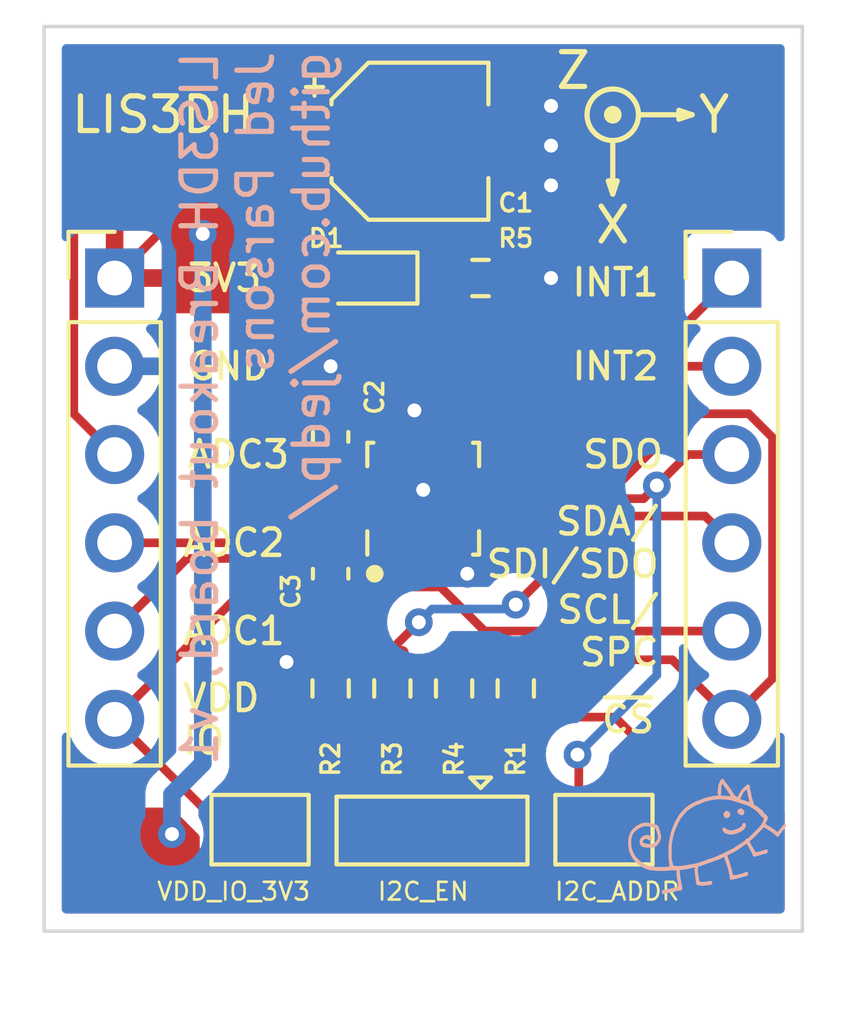
<source format=kicad_pcb>
(kicad_pcb (version 20211014) (generator pcbnew)
  (layers (0 "F.Cu" signal) (31 "B.Cu" signal) (34 "B.Paste" user) (35 "F.Paste" user) (36 "B.SilkS" user "B.Silkscreen") (37 "F.SilkS" user "F.Silkscreen") (38 "B.Mask" user) (39 "F.Mask" user) (44 "Edge.Cuts" user))
  (net 0 "")
  (net 1 "+3V3")
  (net 2 "SDO{slash}SA0")
  (net 3 "Net-(JP1-Pad1)")
  (net 4 "Net-(JP1-Pad3)")
  (net 5 "Net-(JP2-Pad2)")
  (net 6 "CS{slash}MODE")
  (net 7 "SCL{slash}SPC")
  (net 8 "SDA{slash}SDI{slash}SDO")
  (net 11 "INT2")
  (net 12 "INT1")
  (net 13 "ADC3")
  (net 14 "ADC2")
  (net 15 "ADC1")
  (net 16 "VDD_IO")
  (net 17 "GND")
  (net 18 "Net-(D1-Pad1)")
  (footprint "Jumper:SolderJumper-2_P1.3mm_Open_TrianglePad1.0x1.5mm" (layer "F.Cu") (at 138.557 104.14)
    (fp_text reference "I2C_ADDR" (at 0.381 1.778) (layer "F.SilkS") (effects (font (size 0.508 0.508) (thickness 0.0762))))
    (fp_text value "I2C ADDR" hide)
    (pad "1" smd custom (at -0.725 0) (size 0.3 0.3) (layers "F.Cu" "F.Mask") (net 2 "SDO{slash}SA0") (options (clearance outline) (anchor rect)) (primitives (gr_poly (pts (xy 1 0) (xy 0.5 0.75) (xy -0.5 0.75) (xy -0.5 -0.75) (xy 0.5 -0.75)) (width 0) (fill yes))))
    (pad "2" smd custom (at 0.725 0) (size 0.3 0.3) (layers "F.Cu" "F.Mask") (net 5 "Net-(JP2-Pad2)") (options (clearance outline) (anchor rect)) (primitives (gr_poly (pts (xy 0.5 0.75) (xy -0.65 0.75) (xy -0.15 0) (xy -0.65 -0.75) (xy 0.5 -0.75)) (width 0) (fill yes))))
  )
  (footprint "Connector_PinHeader_2.54mm:PinHeader_1x06_P2.54mm_Vertical" (layer "F.Cu") (at 124.46 88.265)
    (fp_text reference "J2" hide)
    (fp_text value "Conn_01x06_Female" hide)
    (pad "1" thru_hole rect (at 0 0) (size 1.7 1.7) (drill 1) (layers *.Cu *.Mask) (net 1 "+3V3"))
    (pad "2" thru_hole oval (at 0 2.54) (size 1.7 1.7) (drill 1) (layers *.Cu *.Mask) (net 17 "GND"))
    (pad "3" thru_hole oval (at 0 5.08) (size 1.7 1.7) (drill 1) (layers *.Cu *.Mask) (net 13 "ADC3"))
    (pad "4" thru_hole oval (at 0 7.62) (size 1.7 1.7) (drill 1) (layers *.Cu *.Mask) (net 14 "ADC2"))
    (pad "5" thru_hole oval (at 0 10.16) (size 1.7 1.7) (drill 1) (layers *.Cu *.Mask) (net 15 "ADC1"))
    (pad "6" thru_hole oval (at 0 12.7) (size 1.7 1.7) (drill 1) (layers *.Cu *.Mask) (net 16 "VDD_IO"))
  )
  (footprint "Resistor_SMD:R_0603_1608Metric" (layer "F.Cu") (at 134.239 100.076 -90)
    (fp_text reference "R4" (at 2.032 0 90) (layer "F.SilkS") (effects (font (size 0.508 0.508) (thickness 0.1016))))
    (fp_text value "100k" hide)
    (pad "1" smd roundrect (at -0.825 0 270) (size 0.8 0.95) (layers "F.Cu" "F.Paste" "F.Mask") (net 1 "+3V3"))
    (pad "2" smd roundrect (at 0.825 0 270) (size 0.8 0.95) (layers "F.Cu" "F.Paste" "F.Mask") (net 5 "Net-(JP2-Pad2)"))
  )
  (footprint "Package_LGA:LGA-16_3x3mm_P0.5mm_LayoutBorder3x5y" (layer "F.Cu") (at 133.35 94.615 90)
    (fp_text reference "LIS3DH" (at 11.049 -7.493 180) (layer "F.SilkS"))
    (fp_text value "LIS3DH" hide)
    (pad "1" smd roundrect (at -1.225 -1 90) (size 0.55 0.35) (layers "F.Cu" "F.Paste" "F.Mask") (net 16 "VDD_IO"))
    (pad "2" smd roundrect (at -1.225 -0.5 90) (size 0.55 0.35) (layers "F.Cu" "F.Paste" "F.Mask"))
    (pad "3" smd roundrect (at -1.225 0 90) (size 0.55 0.35) (layers "F.Cu" "F.Paste" "F.Mask"))
    (pad "4" smd roundrect (at -1.225 0.5 90) (size 0.55 0.35) (layers "F.Cu" "F.Paste" "F.Mask") (net 7 "SCL{slash}SPC"))
    (pad "5" smd roundrect (at -1.225 1 90) (size 0.55 0.35) (layers "F.Cu" "F.Paste" "F.Mask") (net 17 "GND"))
    (pad "6" smd roundrect (at -0.5 1.225 90) (size 0.35 0.55) (layers "F.Cu" "F.Paste" "F.Mask") (net 8 "SDA{slash}SDI{slash}SDO"))
    (pad "7" smd roundrect (at 0 1.225 90) (size 0.35 0.55) (layers "F.Cu" "F.Paste" "F.Mask") (net 2 "SDO{slash}SA0"))
    (pad "8" smd roundrect (at 0.5 1.225 90) (size 0.35 0.55) (layers "F.Cu" "F.Paste" "F.Mask") (net 6 "CS{slash}MODE"))
    (pad "9" smd roundrect (at 1.225 1 90) (size 0.55 0.35) (layers "F.Cu" "F.Paste" "F.Mask") (net 11 "INT2"))
    (pad "10" smd roundrect (at 1.225 0.5 90) (size 0.55 0.35) (layers "F.Cu" "F.Paste" "F.Mask") (net 17 "GND"))
    (pad "11" smd roundrect (at 1.225 0 90) (size 0.55 0.35) (layers "F.Cu" "F.Paste" "F.Mask") (net 12 "INT1"))
    (pad "12" smd roundrect (at 1.225 -0.5 90) (size 0.55 0.35) (layers "F.Cu" "F.Paste" "F.Mask") (net 17 "GND"))
    (pad "13" smd roundrect (at 1.225 -1 90) (size 0.55 0.35) (layers "F.Cu" "F.Paste" "F.Mask") (net 13 "ADC3"))
    (pad "14" smd roundrect (at 0.5 -1.225 90) (size 0.35 0.55) (layers "F.Cu" "F.Paste" "F.Mask") (net 1 "+3V3"))
    (pad "15" smd roundrect (at 0 -1.225 90) (size 0.35 0.55) (layers "F.Cu" "F.Paste" "F.Mask") (net 14 "ADC2"))
    (pad "16" smd roundrect (at -0.5 -1.225 90) (size 0.35 0.55) (layers "F.Cu" "F.Paste" "F.Mask") (net 15 "ADC1"))
  )
  (footprint "Connector_PinHeader_2.54mm:PinHeader_1x06_P2.54mm_Vertical" (layer "F.Cu") (at 142.24 88.265)
    (fp_text reference "J1" hide)
    (fp_text value "Conn_01x06_Female" hide)
    (pad "1" thru_hole rect (at 0 0) (size 1.7 1.7) (drill 1) (layers *.Cu *.Mask) (net 12 "INT1"))
    (pad "2" thru_hole oval (at 0 2.54) (size 1.7 1.7) (drill 1) (layers *.Cu *.Mask) (net 11 "INT2"))
    (pad "3" thru_hole oval (at 0 5.08) (size 1.7 1.7) (drill 1) (layers *.Cu *.Mask) (net 2 "SDO{slash}SA0"))
    (pad "4" thru_hole oval (at 0 7.62) (size 1.7 1.7) (drill 1) (layers *.Cu *.Mask) (net 8 "SDA{slash}SDI{slash}SDO"))
    (pad "5" thru_hole oval (at 0 10.16) (size 1.7 1.7) (drill 1) (layers *.Cu *.Mask) (net 7 "SCL{slash}SPC"))
    (pad "6" thru_hole oval (at 0 12.7) (size 1.7 1.7) (drill 1) (layers *.Cu *.Mask) (net 6 "CS{slash}MODE"))
  )
  (footprint "Resistor_SMD:R_0603_1608Metric" (layer "F.Cu") (at 130.683 100.076 90)
    (fp_text reference "R2" (at -2.032 0 90) (layer "F.SilkS") (effects (font (size 0.508 0.508) (thickness 0.1016))))
    (fp_text value "10k" hide)
    (pad "1" smd roundrect (at -0.825 0 90) (size 0.8 0.95) (layers "F.Cu" "F.Paste" "F.Mask") (net 4 "Net-(JP1-Pad3)"))
    (pad "2" smd roundrect (at 0.825 0 90) (size 0.8 0.95) (layers "F.Cu" "F.Paste" "F.Mask") (net 7 "SCL{slash}SPC"))
  )
  (footprint "Resistor_SMD:R_0603_1608Metric" (layer "F.Cu") (at 132.461 100.076 90)
    (fp_text reference "R3" (at -2.032 0 90) (layer "F.SilkS") (effects (font (size 0.508 0.508) (thickness 0.1016))))
    (fp_text value "10k" hide)
    (pad "1" smd roundrect (at -0.825 0 90) (size 0.8 0.95) (layers "F.Cu" "F.Paste" "F.Mask") (net 3 "Net-(JP1-Pad1)"))
    (pad "2" smd roundrect (at 0.825 0 90) (size 0.8 0.95) (layers "F.Cu" "F.Paste" "F.Mask") (net 8 "SDA{slash}SDI{slash}SDO"))
  )
  (footprint "LED_SMD:LED_0603_1608Metric" (layer "F.Cu") (at 131.699 88.265 180)
    (fp_text reference "D1" (at 1.143 1.143) (layer "F.SilkS") (effects (font (size 0.508 0.508) (thickness 0.1016))))
    (fp_text value "LED PWR" hide)
    (pad "1" smd roundrect (at -0.7875 0 180) (size 0.875 0.95) (layers "F.Cu" "F.Paste" "F.Mask") (net 18 "Net-(D1-Pad1)"))
    (pad "2" smd roundrect (at 0.7875 0 180) (size 0.875 0.95) (layers "F.Cu" "F.Paste" "F.Mask") (net 1 "+3V3"))
  )
  (footprint "Capacitor_SMD:C_0603_1608Metric" (layer "F.Cu") (at 130.683 92.837 90)
    (fp_text reference "C2" (at 1.143 1.27 90) (layer "F.SilkS") (effects (font (size 0.508 0.508) (thickness 0.1016))))
    (fp_text value "0.1µ" hide)
    (pad "1" smd roundrect (at -0.775 0 90) (size 0.9 0.95) (layers "F.Cu" "F.Paste" "F.Mask") (net 1 "+3V3"))
    (pad "2" smd roundrect (at 0.775 0 90) (size 0.9 0.95) (layers "F.Cu" "F.Paste" "F.Mask") (net 17 "GND"))
  )
  (footprint "Capacitor_SMD:C_0603_1608Metric" (layer "F.Cu") (at 130.683 96.774 -90)
    (fp_text reference "C3" (at 0.508 1.143 90) (layer "F.SilkS") (effects (font (size 0.508 0.508) (thickness 0.1016))))
    (fp_text value "0.1µ" hide)
    (pad "1" smd roundrect (at -0.775 0 270) (size 0.9 0.95) (layers "F.Cu" "F.Paste" "F.Mask") (net 16 "VDD_IO"))
    (pad "2" smd roundrect (at 0.775 0 270) (size 0.9 0.95) (layers "F.Cu" "F.Paste" "F.Mask") (net 17 "GND"))
  )
  (footprint "Jumper:SolderJumper-2_P1.3mm_Open_TrianglePad1.0x1.5mm" (layer "F.Cu") (at 128.651 104.14)
    (fp_text reference "VDD_IO_3V3" (at -0.762 1.778) (layer "F.SilkS") (effects (font (size 0.508 0.508) (thickness 0.0762))))
    (fp_text value "VCC_IO = VCC" hide)
    (pad "1" smd custom (at -0.725 0) (size 0.3 0.3) (layers "F.Cu" "F.Mask") (net 16 "VDD_IO") (options (clearance outline) (anchor rect)) (primitives (gr_poly (pts (xy 1 0) (xy 0.5 0.75) (xy -0.5 0.75) (xy -0.5 -0.75) (xy 0.5 -0.75)) (width 0) (fill yes))))
    (pad "2" smd custom (at 0.725 0) (size 0.3 0.3) (layers "F.Cu" "F.Mask") (net 1 "+3V3") (options (clearance outline) (anchor rect)) (primitives (gr_poly (pts (xy 0.5 0.75) (xy -0.65 0.75) (xy -0.15 0) (xy -0.65 -0.75) (xy 0.5 -0.75)) (width 0) (fill yes))))
  )
  (footprint "Resistor_SMD:R_0603_1608Metric" (layer "F.Cu") (at 135.001 88.265 180)
    (fp_text reference "R5" (at -1.016 1.143) (layer "F.SilkS") (effects (font (size 0.508 0.508) (thickness 0.1016))))
    (fp_text value "1k" hide)
    (pad "1" smd roundrect (at -0.825 0 180) (size 0.8 0.95) (layers "F.Cu" "F.Paste" "F.Mask") (net 17 "GND"))
    (pad "2" smd roundrect (at 0.825 0 180) (size 0.8 0.95) (layers "F.Cu" "F.Paste" "F.Mask") (net 18 "Net-(D1-Pad1)"))
  )
  (footprint "Jumper:SolderJumper-3_P2.0mm_Open_TrianglePad1.0x1.5mm" (layer "F.Cu") (at 133.604 104.14 180)
    (fp_text reference "I2C_EN" (at 0.254 -1.778) (layer "F.SilkS") (effects (font (size 0.508 0.508) (thickness 0.0762))))
    (fp_text value "I2C EN" hide)
    (pad "1" smd custom (at -2 0 180) (size 0.3 0.3) (layers "F.Cu" "F.Mask") (net 3 "Net-(JP1-Pad1)") (options (clearance outline) (anchor rect)) (primitives (gr_poly (pts (xy 1 0) (xy 0.5 0.75) (xy -0.5 0.75) (xy -0.5 -0.75) (xy 0.5 -0.75)) (width 0) (fill yes))))
    (pad "2" smd custom (at 0 0 180) (size 0.3 0.3) (layers "F.Cu") (net 1 "+3V3") (options (clearance outline) (anchor rect)) (primitives (gr_poly (pts (xy 0.7 0) (xy 1.2 0.75) (xy -1.2 0.75) (xy -0.7 0) (xy -1.2 -0.75) (xy 1.2 -0.75)) (width 0) (fill yes))))
    (pad "3" smd custom (at 2 0) (size 0.3 0.3) (layers "F.Cu" "F.Mask") (net 4 "Net-(JP1-Pad3)") (options (clearance outline) (anchor rect)) (primitives (gr_poly (pts (xy 1 0) (xy 0.5 0.75) (xy -0.5 0.75) (xy -0.5 -0.75) (xy 0.5 -0.75)) (width 0) (fill yes))))
  )
  (footprint "Capacitor_SMD:CP_Elec_4x4.5" (layer "F.Cu") (at 132.969 84.328)
    (fp_text reference "C1" (at 3.048 1.778) (layer "F.SilkS") (effects (font (size 0.508 0.508) (thickness 0.1016))))
    (fp_text value "10µ" hide)
    (pad "1" smd roundrect (at -1.8 0) (size 2.6 1.6) (layers "F.Cu" "F.Paste" "F.Mask") (roundrect_rratio 0.15625) (net 1 "+3V3"))
    (pad "2" smd roundrect (at 1.8 0) (size 2.6 1.6) (layers "F.Cu" "F.Paste" "F.Mask") (roundrect_rratio 0.15625) (net 17 "GND"))
  )
  (footprint "Resistor_SMD:R_0603_1608Metric" (layer "F.Cu") (at 136.017 100.076 90)
    (fp_text reference "R1" (at -2.032 0 90) (layer "F.SilkS") (effects (font (size 0.508 0.508) (thickness 0.1016))))
    (fp_text value "100k" hide)
    (pad "1" smd roundrect (at -0.825 0 90) (size 0.8 0.95) (layers "F.Cu" "F.Paste" "F.Mask") (net 1 "+3V3"))
    (pad "2" smd roundrect (at 0.825 0 90) (size 0.8 0.95) (layers "F.Cu" "F.Paste" "F.Mask") (net 6 "CS{slash}MODE"))
  )
  (footprint "LOGO" (layer "B.Cu") (at 141.478 104.394 180)
    (fp_text reference "G***" hide)
    (fp_text value "LOGO" hide)
  )
  (gr_line (start 139.55153 83.566) (end 141.097 83.566) (layer "F.SilkS") (width 0.15))
  (gr_line (start 140.716 83.439) (end 140.716 83.693) (layer "F.SilkS") (width 0.15))
  (gr_line (start 138.938 85.471) (end 138.684 85.471) (layer "F.SilkS") (width 0.15))
  (gr_circle (center 131.953 96.774) (end 132.132605 96.774) (layer "F.SilkS") (width 0.15) (fill solid))
  (gr_line (start 138.811 84.30653) (end 138.811 85.852) (layer "F.SilkS") (width 0.15))
  (gr_line (start 140.716 83.693) (end 141.097 83.566) (layer "F.SilkS") (width 0.15))
  (gr_line (start 141.097 83.566) (end 140.716 83.439) (layer "F.SilkS") (width 0.15))
  (gr_circle (center 138.811 83.566) (end 139.192 84.201) (layer "F.SilkS") (width 0.15) (fill none))
  (gr_line (start 138.811 85.852) (end 138.938 85.471) (layer "F.SilkS") (width 0.15))
  (gr_line (start 138.684 85.471) (end 138.811 85.852) (layer "F.SilkS") (width 0.15))
  (gr_circle (center 138.811 83.566) (end 138.990605 83.566) (layer "F.SilkS") (width 0.15) (fill solid))
  (gr_line (start 122.428 81.026) (end 144.272 81.026) (layer "Edge.Cuts") (width 0.1))
  (gr_line (start 144.272 107.061) (end 122.428 107.061) (layer "Edge.Cuts") (width 0.1))
  (gr_line (start 122.428 107.061) (end 122.428 81.026) (layer "Edge.Cuts") (width 0.1))
  (gr_line (start 144.272 81.026) (end 144.272 107.061) (layer "Edge.Cuts") (width 0.1))
  (gr_text "LIS3DH Breakout board, v1\nJed Parsons\ngithub.com/jedp/\n" (at 128.524 81.661 90) (layer "B.SilkS") (effects (font (size 1 1)) (justify left mirror)))
  (gr_text "~{CS}" (at 140.081 100.965) (layer "F.SilkS") (effects (font (size 0.762 0.762) (thickness 0.127)) (justify right)))
  (gr_text "X" (at 138.811 86.741) (layer "F.SilkS") (effects (font (size 1 1))))
  (gr_text "ADC2" (at 126.365 95.885) (layer "F.SilkS") (effects (font (size 0.762 0.762) (thickness 0.127)) (justify left)))
  (gr_text "INT2\n" (at 140.208 90.805) (layer "F.SilkS") (effects (font (size 0.762 0.762) (thickness 0.127)) (justify right)))
  (gr_text "Y" (at 141.732 83.566) (layer "F.SilkS") (effects (font (size 1 1))))
  (gr_text "3V3" (at 126.492 88.265) (layer "F.SilkS") (effects (font (size 0.762 0.762) (thickness 0.127)) (justify left)))
  (gr_text "SDO" (at 140.335 93.345) (layer "F.SilkS") (effects (font (size 0.762 0.762) (thickness 0.127)) (justify right)))
  (gr_text "ADC1" (at 126.365 98.425) (layer "F.SilkS") (effects (font (size 0.762 0.762) (thickness 0.127)) (justify left)))
  (gr_text "SCL/\nSPC" (at 140.208 98.425) (layer "F.SilkS") (effects (font (size 0.762 0.762) (thickness 0.127)) (justify right)))
  (gr_text "VDD\nIO" (at 126.365 100.965) (layer "F.SilkS") (effects (font (size 0.762 0.762) (thickness 0.127)) (justify left)))
  (gr_text "INT1\n" (at 140.208 88.392) (layer "F.SilkS") (effects (font (size 0.762 0.762) (thickness 0.127)) (justify right)))
  (gr_text "GND" (at 126.492 90.805) (layer "F.SilkS") (effects (font (size 0.762 0.762) (thickness 0.127)) (justify left)))
  (gr_text "Z" (at 137.668 82.296) (layer "F.SilkS") (effects (font (size 1 1))))
  (gr_text "SDA/\nSDI/SDO" (at 140.208 95.885) (layer "F.SilkS") (effects (font (size 0.762 0.762) (thickness 0.127)) (justify right)))
  (gr_text "ADC3" (at 126.492 93.345) (layer "F.SilkS") (effects (font (size 0.762 0.762) (thickness 0.127)) (justify left)))
  (segment (start 129.794 85.703) (end 131.169 84.328) (width 0.25) (layer "F.Cu") (net 1))
  (segment (start 134.239 99.251) (end 134.367 99.251) (width 0.25) (layer "F.Cu") (net 1))
  (segment (start 139.572 105.665) (end 134.494 105.665) (width 0.25) (layer "F.Cu") (net 1))
  (segment (start 141.097 104.14) (end 139.572 105.665) (width 0.25) (layer "F.Cu") (net 1))
  (segment (start 131.186 94.115) (end 130.683 93.612) (width 0.25) (layer "F.Cu") (net 1))
  (segment (start 129.794 93.472) (end 129.794 85.703) (width 0.25) (layer "F.Cu") (net 1))
  (segment (start 129.934 93.612) (end 129.794 93.472) (width 0.25) (layer "F.Cu") (net 1))
  (segment (start 138.874 100.901) (end 141.097 103.124) (width 0.25) (layer "F.Cu") (net 1))
  (segment (start 128.397 84.328) (end 131.169 84.328) (width 0.25) (layer "F.Cu") (net 1))
  (segment (start 124.46 88.265) (end 128.397 84.328) (width 0.25) (layer "F.Cu") (net 1))
  (segment (start 134.494 105.665) (end 133.604 104.775) (width 0.25) (layer "F.Cu") (net 1))
  (segment (start 134.367 99.251) (end 136.017 100.901) (width 0.25) (layer "F.Cu") (net 1))
  (segment (start 130.683 93.612) (end 129.934 93.612) (width 0.25) (layer "F.Cu") (net 1))
  (segment (start 133.604 104.775) (end 133.604 104.14) (width 0.25) (layer "F.Cu") (net 1))
  (segment (start 132.125 94.115) (end 131.186 94.115) (width 0.25) (layer "F.Cu") (net 1))
  (segment (start 130.9115 88.265) (end 130.9115 84.5855) (width 0.25) (layer "F.Cu") (net 1))
  (segment (start 141.097 103.124) (end 141.097 104.14) (width 0.25) (layer "F.Cu") (net 1))
  (segment (start 130.9115 84.5855) (end 131.169 84.328) (width 0.25) (layer "F.Cu") (net 1))
  (segment (start 136.017 100.901) (end 138.874 100.901) (width 0.25) (layer "F.Cu") (net 1))
  (via (at 126.111 104.267) (size 0.8) (drill 0.4) (layers "F.Cu" "B.Cu") (net 1))
  (via (at 127 86.995) (size 0.8) (drill 0.4) (layers "F.Cu" "B.Cu") (net 1))
  (segment (start 126.111 104.267) (end 126.111 103.124) (width 0.508) (layer "B.Cu") (net 1))
  (segment (start 127 102.235) (end 127 86.995) (width 0.508) (layer "B.Cu") (net 1))
  (segment (start 126.111 103.124) (end 127 102.235) (width 0.508) (layer "B.Cu") (net 1))
  (segment (start 137.832 102.018) (end 137.795 101.981) (width 0.25) (layer "F.Cu") (net 2))
  (segment (start 140.97 93.345) (end 142.24 93.345) (width 0.25) (layer "F.Cu") (net 2))
  (segment (start 139.7 94.615) (end 140.081 94.234) (width 0.25) (layer "F.Cu") (net 2))
  (segment (start 137.832 104.14) (end 137.832 102.018) (width 0.25) (layer "F.Cu") (net 2))
  (segment (start 134.575 94.615) (end 139.7 94.615) (width 0.25) (layer "F.Cu") (net 2))
  (segment (start 140.081 94.234) (end 140.97 93.345) (width 0.25) (layer "F.Cu") (net 2))
  (via (at 140.081 94.234) (size 0.8) (drill 0.4) (layers "F.Cu" "B.Cu") (net 2))
  (via (at 137.795 101.981) (size 0.8) (drill 0.4) (layers "F.Cu" "B.Cu") (net 2))
  (segment (start 140.081 94.234) (end 140.081 99.695) (width 0.25) (layer "B.Cu") (net 2))
  (segment (start 140.081 99.695) (end 137.795 101.981) (width 0.25) (layer "B.Cu") (net 2))
  (segment (start 135.604 103.73038) (end 135.604 104.14) (width 0.25) (layer "F.Cu") (net 3))
  (segment (start 132.461 100.901) (end 132.461 101.473) (width 0.25) (layer "F.Cu") (net 3))
  (segment (start 133.604 102.616) (end 134.48962 102.616) (width 0.25) (layer "F.Cu") (net 3))
  (segment (start 132.461 101.473) (end 133.604 102.616) (width 0.25) (layer "F.Cu") (net 3))
  (segment (start 134.48962 102.616) (end 135.604 103.73038) (width 0.25) (layer "F.Cu") (net 3))
  (segment (start 130.683 100.901) (end 130.683 101.727) (width 0.25) (layer "F.Cu") (net 4))
  (segment (start 131.604 102.648) (end 131.604 104.14) (width 0.25) (layer "F.Cu") (net 4))
  (segment (start 130.683 101.727) (end 131.604 102.648) (width 0.25) (layer "F.Cu") (net 4))
  (segment (start 139.282 104.685) (end 139.282 104.14) (width 0.25) (layer "F.Cu") (net 5))
  (segment (start 136.779 104.79662) (end 137.19738 105.215) (width 0.25) (layer "F.Cu") (net 5))
  (segment (start 136.779 103.124) (end 136.779 104.79662) (width 0.25) (layer "F.Cu") (net 5))
  (segment (start 139.282 104.431) (end 139.282 104.14) (width 0.25) (layer "F.Cu") (net 5))
  (segment (start 138.498 105.215) (end 139.282 104.431) (width 0.25) (layer "F.Cu") (net 5))
  (segment (start 134.239 101.727) (end 135.128 102.616) (width 0.25) (layer "F.Cu") (net 5))
  (segment (start 136.271 102.616) (end 136.779 103.124) (width 0.25) (layer "F.Cu") (net 5))
  (segment (start 134.239 100.901) (end 134.239 101.727) (width 0.25) (layer "F.Cu") (net 5))
  (segment (start 137.19738 105.215) (end 138.498 105.215) (width 0.25) (layer "F.Cu") (net 5))
  (segment (start 135.128 102.616) (end 136.271 102.616) (width 0.25) (layer "F.Cu") (net 5))
  (segment (start 140.526 99.251) (end 136.017 99.251) (width 0.25) (layer "F.Cu") (net 6))
  (segment (start 142.24 100.965) (end 140.526 99.251) (width 0.25) (layer "F.Cu") (net 6))
  (segment (start 143.415 99.79) (end 142.24 100.965) (width 0.25) (layer "F.Cu") (net 6))
  (segment (start 139.057 94.115) (end 141.002 92.17) (width 0.25) (layer "F.Cu") (net 6))
  (segment (start 141.002 92.17) (end 142.726701 92.17) (width 0.25) (layer "F.Cu") (net 6))
  (segment (start 142.726701 92.17) (end 143.415 92.858299) (width 0.25) (layer "F.Cu") (net 6))
  (segment (start 143.415 92.858299) (end 143.415 99.79) (width 0.25) (layer "F.Cu") (net 6))
  (segment (start 134.575 94.115) (end 139.057 94.115) (width 0.25) (layer "F.Cu") (net 6))
  (segment (start 133.85 96.909) (end 133.85 97.156305) (width 0.25) (layer "F.Cu") (net 7))
  (segment (start 133.85 97.156305) (end 135.118695 98.425) (width 0.25) (layer "F.Cu") (net 7))
  (segment (start 130.683 99.251) (end 132.777695 97.156305) (width 0.25) (layer "F.Cu") (net 7))
  (segment (start 132.777695 97.156305) (end 133.602695 97.156305) (width 0.25) (layer "F.Cu") (net 7))
  (segment (start 135.118695 98.425) (end 142.24 98.425) (width 0.25) (layer "F.Cu") (net 7))
  (segment (start 133.602695 97.156305) (end 133.85 97.156305) (width 0.25) (layer "F.Cu") (net 7))
  (segment (start 133.85 96.791305) (end 133.85 96.909) (width 0.25) (layer "F.Cu") (net 7))
  (segment (start 133.85 95.84) (end 133.85 96.791305) (width 0.25) (layer "F.Cu") (net 7))
  (segment (start 133.602695 97.156305) (end 133.85 96.909) (width 0.25) (layer "F.Cu") (net 7))
  (segment (start 132.461 98.933) (end 133.223 98.171) (width 0.25) (layer "F.Cu") (net 8))
  (segment (start 137.295 95.115) (end 141.47 95.115) (width 0.25) (layer "F.Cu") (net 8))
  (segment (start 137.041 96.639) (end 137.041 95.369) (width 0.25) (layer "F.Cu") (net 8))
  (segment (start 136.787 95.115) (end 137.041 95.369) (width 0.25) (layer "F.Cu") (net 8))
  (segment (start 137.041 95.115) (end 137.295 95.115) (width 0.25) (layer "F.Cu") (net 8))
  (segment (start 137.041 95.369) (end 137.295 95.115) (width 0.25) (layer "F.Cu") (net 8))
  (segment (start 141.47 95.115) (end 142.24 95.885) (width 0.25) (layer "F.Cu") (net 8))
  (segment (start 134.575 95.115) (end 136.787 95.115) (width 0.25) (layer "F.Cu") (net 8))
  (segment (start 136.017 97.663) (end 137.041 96.639) (width 0.25) (layer "F.Cu") (net 8))
  (segment (start 137.041 95.369) (end 137.041 95.115) (width 0.25) (layer "F.Cu") (net 8))
  (segment (start 136.787 95.115) (end 137.041 95.115) (width 0.25) (layer "F.Cu") (net 8))
  (segment (start 132.461 99.251) (end 132.461 98.933) (width 0.25) (layer "F.Cu") (net 8))
  (via (at 136.017 97.663) (size 0.8) (drill 0.4) (layers "F.Cu" "B.Cu") (net 8))
  (via (at 133.223 98.171) (size 0.8) (drill 0.4) (layers "F.Cu" "B.Cu") (net 8))
  (segment (start 133.604 97.79) (end 135.89 97.79) (width 0.25) (layer "B.Cu") (net 8))
  (segment (start 135.89 97.79) (end 136.017 97.663) (width 0.25) (layer "B.Cu") (net 8))
  (segment (start 133.223 98.171) (end 133.604 97.79) (width 0.25) (layer "B.Cu") (net 8))
  (segment (start 136.525 90.805) (end 142.24 90.805) (width 0.25) (layer "F.Cu") (net 11))
  (segment (start 134.35 93.39) (end 134.35 92.98) (width 0.25) (layer "F.Cu") (net 11))
  (segment (start 134.35 92.98) (end 136.525 90.805) (width 0.25) (layer "F.Cu") (net 11))
  (segment (start 133.35 92.846305) (end 136.153305 90.043) (width 0.25) (layer "F.Cu") (net 12))
  (segment (start 140.462 90.043) (end 142.24 88.265) (width 0.25) (layer "F.Cu") (net 12))
  (segment (start 133.35 93.39) (end 133.35 92.846305) (width 0.25) (layer "F.Cu") (net 12))
  (segment (start 136.153305 90.043) (end 140.462 90.043) (width 0.25) (layer "F.Cu") (net 12))
  (segment (start 137.668 89.408) (end 138.811 88.265) (width 0.25) (layer "F.Cu") (net 13))
  (segment (start 132.35 93.39) (end 132.35 91.795695) (width 0.25) (layer "F.Cu") (net 13))
  (segment (start 137.16 81.788) (end 123.698 81.788) (width 0.25) (layer "F.Cu") (net 13))
  (segment (start 132.35 91.795695) (end 134.737695 89.408) (width 0.25) (layer "F.Cu") (net 13))
  (segment (start 123.285 82.201) (end 123.285 92.17) (width 0.25) (layer "F.Cu") (net 13))
  (segment (start 123.698 81.788) (end 123.285 82.201) (width 0.25) (layer "F.Cu") (net 13))
  (segment (start 138.811 83.439) (end 137.16 81.788) (width 0.25) (layer "F.Cu") (net 13))
  (segment (start 134.737695 89.408) (end 137.668 89.408) (width 0.25) (layer "F.Cu") (net 13))
  (segment (start 138.811 88.265) (end 138.811 83.439) (width 0.25) (layer "F.Cu") (net 13))
  (segment (start 123.285 92.17) (end 124.46 93.345) (width 0.25) (layer "F.Cu") (net 13))
  (segment (start 127.771305 95.885) (end 124.46 95.885) (width 0.25) (layer "F.Cu") (net 14))
  (segment (start 129.041305 94.615) (end 127.771305 95.885) (width 0.25) (layer "F.Cu") (net 14))
  (segment (start 132.125 94.615) (end 129.041305 94.615) (width 0.25) (layer "F.Cu") (net 14))
  (segment (start 124.46 98.425) (end 126.55 96.335) (width 0.25) (layer "F.Cu") (net 15))
  (segment (start 126.55 96.335) (end 127.957701 96.335) (width 0.25) (layer "F.Cu") (net 15))
  (segment (start 127.957701 96.335) (end 129.177701 95.115) (width 0.25) (layer "F.Cu") (net 15))
  (segment (start 132.125 95.115) (end 129.177701 95.115) (width 0.25) (layer "F.Cu") (net 15))
  (segment (start 130.842 95.84) (end 130.683 95.999) (width 0.25) (layer "F.Cu") (net 16))
  (segment (start 127.635 104.14) (end 127.926 104.14) (width 0.25) (layer "F.Cu") (net 16))
  (segment (start 124.46 100.965) (end 129.426 95.999) (width 0.25) (layer "F.Cu") (net 16))
  (segment (start 124.46 100.965) (end 127.635 104.14) (width 0.25) (layer "F.Cu") (net 16))
  (segment (start 129.426 95.999) (end 130.683 95.999) (width 0.25) (layer "F.Cu") (net 16))
  (segment (start 132.35 95.84) (end 130.842 95.84) (width 0.25) (layer "F.Cu") (net 16))
  (segment (start 134.896 84.455) (end 134.769 84.328) (width 0.25) (layer "F.Cu") (net 17))
  (segment (start 132.85 93.39) (end 132.85 92.321) (width 0.25) (layer "F.Cu") (net 17))
  (segment (start 132.85 92.321) (end 133.096 92.075) (width 0.25) (layer "F.Cu") (net 17))
  (segment (start 135.826 88.265) (end 137.033 88.265) (width 0.25) (layer "F.Cu") (net 17))
  (segment (start 129.413 98.819) (end 130.683 97.549) (width 0.25) (layer "F.Cu") (net 17))
  (segment (start 133.85 93.39) (end 133.85 93.861) (width 0.25) (layer "F.Cu") (net 17))
  (segment (start 137.033 85.598) (end 135.763 84.328) (width 0.25) (layer "F.Cu") (net 17))
  (segment (start 134.35 95.84) (end 134.35 96.504) (width 0.25) (layer "F.Cu") (net 17))
  (segment (start 136.017 84.328) (end 134.769 84.328) (width 0.25) (layer "F.Cu") (net 17))
  (segment (start 130.683 92.062) (end 130.683 90.805) (width 0.25) (layer "F.Cu") (net 17))
  (segment (start 135.763 84.328) (end 134.769 84.328) (width 0.25) (layer "F.Cu") (net 17))
  (segment (start 137.033 83.312) (end 136.017 84.328) (width 0.25) (layer "F.Cu") (net 17))
  (segment (start 137.033 84.455) (end 134.896 84.455) (width 0.25) (layer "F.Cu") (net 17))
  (segment (start 129.413 99.314) (end 129.413 98.819) (width 0.25) (layer "F.Cu") (net 17))
  (segment (start 134.35 96.504) (end 134.62 96.774) (width 0.25) (layer "F.Cu") (net 17))
  (segment (start 133.85 93.861) (end 133.35 94.361) (width 0.25) (layer "F.Cu") (net 17))
  (via (at 134.62 96.774) (size 0.8) (drill 0.4) (layers "F.Cu" "B.Cu") (net 17))
  (via (at 133.096 92.075) (size 0.8) (drill 0.4) (layers "F.Cu" "B.Cu") (net 17))
  (via (at 130.683 90.805) (size 0.8) (drill 0.4) (layers "F.Cu" "B.Cu") (net 17))
  (via (at 137.033 84.455) (size 0.8) (drill 0.4) (layers "F.Cu" "B.Cu") (net 17))
  (via (at 137.033 85.598) (size 0.8) (drill 0.4) (layers "F.Cu" "B.Cu") (net 17))
  (via (at 137.033 88.265) (size 0.8) (drill 0.4) (layers "F.Cu" "B.Cu") (net 17))
  (via (at 133.35 94.361) (size 0.8) (drill 0.4) (layers "F.Cu" "B.Cu") (net 17))
  (via (at 137.033 83.312) (size 0.8) (drill 0.4) (layers "F.Cu" "B.Cu") (net 17))
  (via (at 129.413 99.314) (size 0.8) (drill 0.4) (layers "F.Cu" "B.Cu") (net 17))
  (segment (start 132.4865 88.265) (end 134.176 88.265) (width 0.25) (layer "F.Cu") (net 18))
  (zone (net 1) (net_name "+3V3") (layer "F.Cu") (connect_pads (clearance 0.508)) (min_thickness 0.254) (fill yes (thermal_gap 0.508) (thermal_bridge_width 0.508))
    (polygon (pts (xy 132.842 86.741) (xy 131.445 88.138) (xy 131.445 89.281) (xy 123.952 89.281) (xy 123.952 82.423) (xy 132.842 82.423)))
  )
  (zone (net 1) (net_name "+3V3") (layer "F.Cu") (connect_pads (clearance 0.508)) (min_thickness 0.254) (fill yes (thermal_gap 0.508) (thermal_bridge_width 0.508))
    (polygon (pts (xy 145.415 109.728) (xy 121.158 109.728) (xy 121.158 103.505) (xy 145.415 103.505)))
  )
  (zone (net 17) (net_name "GND") (layer "B.Cu") (connect_pads (clearance 0.508)) (min_thickness 0.254) (fill yes (thermal_gap 0.508) (thermal_bridge_width 0.508))
    (polygon (pts (xy 144.78 108.839) (xy 121.92 108.712) (xy 121.92 80.264) (xy 144.78 80.264)))
  )
)
</source>
